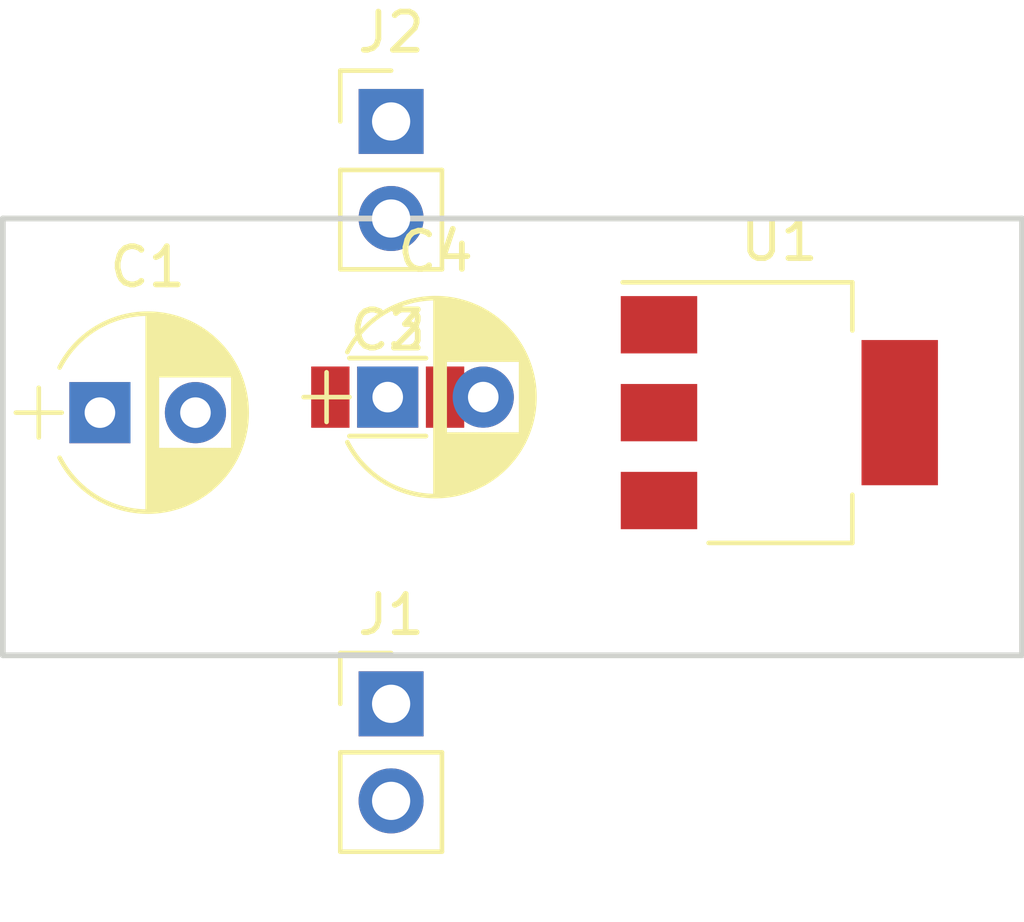
<source format=kicad_pcb>
(kicad_pcb (version 4) (host pcbnew 4.0.6)

  (general
    (links 12)
    (no_connects 11)
    (area 138.354999 100.254999 165.175001 111.835001)
    (thickness 1.6)
    (drawings 4)
    (tracks 0)
    (zones 0)
    (modules 7)
    (nets 4)
  )

  (page A4)
  (layers
    (0 F.Cu signal)
    (31 B.Cu signal)
    (33 F.Adhes user)
    (35 F.Paste user)
    (37 F.SilkS user)
    (39 F.Mask user)
    (40 Dwgs.User user)
    (41 Cmts.User user)
    (42 Eco1.User user)
    (43 Eco2.User user)
    (44 Edge.Cuts user)
    (45 Margin user)
    (47 F.CrtYd user)
    (49 F.Fab user)
  )

  (setup
    (last_trace_width 0.8)
    (trace_clearance 0.5)
    (zone_clearance 0.508)
    (zone_45_only no)
    (trace_min 0.2)
    (segment_width 0.2)
    (edge_width 0.15)
    (via_size 0.8)
    (via_drill 0.5)
    (via_min_size 0.4)
    (via_min_drill 0.3)
    (uvia_size 0.3)
    (uvia_drill 0.1)
    (uvias_allowed no)
    (uvia_min_size 0.2)
    (uvia_min_drill 0.1)
    (pcb_text_width 0.3)
    (pcb_text_size 1.5 1.5)
    (mod_edge_width 0.15)
    (mod_text_size 1 1)
    (mod_text_width 0.15)
    (pad_size 1.524 1.524)
    (pad_drill 0.762)
    (pad_to_mask_clearance 0.2)
    (aux_axis_origin 0 0)
    (visible_elements FFFFFF7F)
    (pcbplotparams
      (layerselection 0x00030_80000001)
      (usegerberextensions false)
      (excludeedgelayer true)
      (linewidth 0.100000)
      (plotframeref false)
      (viasonmask false)
      (mode 1)
      (useauxorigin false)
      (hpglpennumber 1)
      (hpglpenspeed 20)
      (hpglpendiameter 15)
      (hpglpenoverlay 2)
      (psnegative false)
      (psa4output false)
      (plotreference true)
      (plotvalue true)
      (plotinvisibletext false)
      (padsonsilk false)
      (subtractmaskfromsilk false)
      (outputformat 1)
      (mirror false)
      (drillshape 1)
      (scaleselection 1)
      (outputdirectory ""))
  )

  (net 0 "")
  (net 1 +5V)
  (net 2 GND)
  (net 3 +3V3)

  (net_class Default 这是默认网络组.
    (clearance 0.5)
    (trace_width 0.8)
    (via_dia 0.8)
    (via_drill 0.5)
    (uvia_dia 0.3)
    (uvia_drill 0.1)
    (add_net +3V3)
    (add_net +5V)
    (add_net GND)
  )

  (module Capacitors_THT:CP_Radial_D5.0mm_P2.50mm (layer F.Cu) (tedit 597BC7C2) (tstamp 5A055297)
    (at 140.97 105.41)
    (descr "CP, Radial series, Radial, pin pitch=2.50mm, , diameter=5mm, Electrolytic Capacitor")
    (tags "CP Radial series Radial pin pitch 2.50mm  diameter 5mm Electrolytic Capacitor")
    (path /5A053794)
    (fp_text reference C1 (at 1.25 -3.81) (layer F.SilkS)
      (effects (font (size 1 1) (thickness 0.15)))
    )
    (fp_text value 22uF (at 1.25 3.81) (layer F.Fab)
      (effects (font (size 1 1) (thickness 0.15)))
    )
    (fp_arc (start 1.25 0) (end -1.05558 -1.18) (angle 125.8) (layer F.SilkS) (width 0.12))
    (fp_arc (start 1.25 0) (end -1.05558 1.18) (angle -125.8) (layer F.SilkS) (width 0.12))
    (fp_arc (start 1.25 0) (end 3.55558 -1.18) (angle 54.2) (layer F.SilkS) (width 0.12))
    (fp_circle (center 1.25 0) (end 3.75 0) (layer F.Fab) (width 0.1))
    (fp_line (start -2.2 0) (end -1 0) (layer F.Fab) (width 0.1))
    (fp_line (start -1.6 -0.65) (end -1.6 0.65) (layer F.Fab) (width 0.1))
    (fp_line (start 1.25 -2.55) (end 1.25 2.55) (layer F.SilkS) (width 0.12))
    (fp_line (start 1.29 -2.55) (end 1.29 2.55) (layer F.SilkS) (width 0.12))
    (fp_line (start 1.33 -2.549) (end 1.33 2.549) (layer F.SilkS) (width 0.12))
    (fp_line (start 1.37 -2.548) (end 1.37 2.548) (layer F.SilkS) (width 0.12))
    (fp_line (start 1.41 -2.546) (end 1.41 2.546) (layer F.SilkS) (width 0.12))
    (fp_line (start 1.45 -2.543) (end 1.45 2.543) (layer F.SilkS) (width 0.12))
    (fp_line (start 1.49 -2.539) (end 1.49 2.539) (layer F.SilkS) (width 0.12))
    (fp_line (start 1.53 -2.535) (end 1.53 -0.98) (layer F.SilkS) (width 0.12))
    (fp_line (start 1.53 0.98) (end 1.53 2.535) (layer F.SilkS) (width 0.12))
    (fp_line (start 1.57 -2.531) (end 1.57 -0.98) (layer F.SilkS) (width 0.12))
    (fp_line (start 1.57 0.98) (end 1.57 2.531) (layer F.SilkS) (width 0.12))
    (fp_line (start 1.61 -2.525) (end 1.61 -0.98) (layer F.SilkS) (width 0.12))
    (fp_line (start 1.61 0.98) (end 1.61 2.525) (layer F.SilkS) (width 0.12))
    (fp_line (start 1.65 -2.519) (end 1.65 -0.98) (layer F.SilkS) (width 0.12))
    (fp_line (start 1.65 0.98) (end 1.65 2.519) (layer F.SilkS) (width 0.12))
    (fp_line (start 1.69 -2.513) (end 1.69 -0.98) (layer F.SilkS) (width 0.12))
    (fp_line (start 1.69 0.98) (end 1.69 2.513) (layer F.SilkS) (width 0.12))
    (fp_line (start 1.73 -2.506) (end 1.73 -0.98) (layer F.SilkS) (width 0.12))
    (fp_line (start 1.73 0.98) (end 1.73 2.506) (layer F.SilkS) (width 0.12))
    (fp_line (start 1.77 -2.498) (end 1.77 -0.98) (layer F.SilkS) (width 0.12))
    (fp_line (start 1.77 0.98) (end 1.77 2.498) (layer F.SilkS) (width 0.12))
    (fp_line (start 1.81 -2.489) (end 1.81 -0.98) (layer F.SilkS) (width 0.12))
    (fp_line (start 1.81 0.98) (end 1.81 2.489) (layer F.SilkS) (width 0.12))
    (fp_line (start 1.85 -2.48) (end 1.85 -0.98) (layer F.SilkS) (width 0.12))
    (fp_line (start 1.85 0.98) (end 1.85 2.48) (layer F.SilkS) (width 0.12))
    (fp_line (start 1.89 -2.47) (end 1.89 -0.98) (layer F.SilkS) (width 0.12))
    (fp_line (start 1.89 0.98) (end 1.89 2.47) (layer F.SilkS) (width 0.12))
    (fp_line (start 1.93 -2.46) (end 1.93 -0.98) (layer F.SilkS) (width 0.12))
    (fp_line (start 1.93 0.98) (end 1.93 2.46) (layer F.SilkS) (width 0.12))
    (fp_line (start 1.971 -2.448) (end 1.971 -0.98) (layer F.SilkS) (width 0.12))
    (fp_line (start 1.971 0.98) (end 1.971 2.448) (layer F.SilkS) (width 0.12))
    (fp_line (start 2.011 -2.436) (end 2.011 -0.98) (layer F.SilkS) (width 0.12))
    (fp_line (start 2.011 0.98) (end 2.011 2.436) (layer F.SilkS) (width 0.12))
    (fp_line (start 2.051 -2.424) (end 2.051 -0.98) (layer F.SilkS) (width 0.12))
    (fp_line (start 2.051 0.98) (end 2.051 2.424) (layer F.SilkS) (width 0.12))
    (fp_line (start 2.091 -2.41) (end 2.091 -0.98) (layer F.SilkS) (width 0.12))
    (fp_line (start 2.091 0.98) (end 2.091 2.41) (layer F.SilkS) (width 0.12))
    (fp_line (start 2.131 -2.396) (end 2.131 -0.98) (layer F.SilkS) (width 0.12))
    (fp_line (start 2.131 0.98) (end 2.131 2.396) (layer F.SilkS) (width 0.12))
    (fp_line (start 2.171 -2.382) (end 2.171 -0.98) (layer F.SilkS) (width 0.12))
    (fp_line (start 2.171 0.98) (end 2.171 2.382) (layer F.SilkS) (width 0.12))
    (fp_line (start 2.211 -2.366) (end 2.211 -0.98) (layer F.SilkS) (width 0.12))
    (fp_line (start 2.211 0.98) (end 2.211 2.366) (layer F.SilkS) (width 0.12))
    (fp_line (start 2.251 -2.35) (end 2.251 -0.98) (layer F.SilkS) (width 0.12))
    (fp_line (start 2.251 0.98) (end 2.251 2.35) (layer F.SilkS) (width 0.12))
    (fp_line (start 2.291 -2.333) (end 2.291 -0.98) (layer F.SilkS) (width 0.12))
    (fp_line (start 2.291 0.98) (end 2.291 2.333) (layer F.SilkS) (width 0.12))
    (fp_line (start 2.331 -2.315) (end 2.331 -0.98) (layer F.SilkS) (width 0.12))
    (fp_line (start 2.331 0.98) (end 2.331 2.315) (layer F.SilkS) (width 0.12))
    (fp_line (start 2.371 -2.296) (end 2.371 -0.98) (layer F.SilkS) (width 0.12))
    (fp_line (start 2.371 0.98) (end 2.371 2.296) (layer F.SilkS) (width 0.12))
    (fp_line (start 2.411 -2.276) (end 2.411 -0.98) (layer F.SilkS) (width 0.12))
    (fp_line (start 2.411 0.98) (end 2.411 2.276) (layer F.SilkS) (width 0.12))
    (fp_line (start 2.451 -2.256) (end 2.451 -0.98) (layer F.SilkS) (width 0.12))
    (fp_line (start 2.451 0.98) (end 2.451 2.256) (layer F.SilkS) (width 0.12))
    (fp_line (start 2.491 -2.234) (end 2.491 -0.98) (layer F.SilkS) (width 0.12))
    (fp_line (start 2.491 0.98) (end 2.491 2.234) (layer F.SilkS) (width 0.12))
    (fp_line (start 2.531 -2.212) (end 2.531 -0.98) (layer F.SilkS) (width 0.12))
    (fp_line (start 2.531 0.98) (end 2.531 2.212) (layer F.SilkS) (width 0.12))
    (fp_line (start 2.571 -2.189) (end 2.571 -0.98) (layer F.SilkS) (width 0.12))
    (fp_line (start 2.571 0.98) (end 2.571 2.189) (layer F.SilkS) (width 0.12))
    (fp_line (start 2.611 -2.165) (end 2.611 -0.98) (layer F.SilkS) (width 0.12))
    (fp_line (start 2.611 0.98) (end 2.611 2.165) (layer F.SilkS) (width 0.12))
    (fp_line (start 2.651 -2.14) (end 2.651 -0.98) (layer F.SilkS) (width 0.12))
    (fp_line (start 2.651 0.98) (end 2.651 2.14) (layer F.SilkS) (width 0.12))
    (fp_line (start 2.691 -2.113) (end 2.691 -0.98) (layer F.SilkS) (width 0.12))
    (fp_line (start 2.691 0.98) (end 2.691 2.113) (layer F.SilkS) (width 0.12))
    (fp_line (start 2.731 -2.086) (end 2.731 -0.98) (layer F.SilkS) (width 0.12))
    (fp_line (start 2.731 0.98) (end 2.731 2.086) (layer F.SilkS) (width 0.12))
    (fp_line (start 2.771 -2.058) (end 2.771 -0.98) (layer F.SilkS) (width 0.12))
    (fp_line (start 2.771 0.98) (end 2.771 2.058) (layer F.SilkS) (width 0.12))
    (fp_line (start 2.811 -2.028) (end 2.811 -0.98) (layer F.SilkS) (width 0.12))
    (fp_line (start 2.811 0.98) (end 2.811 2.028) (layer F.SilkS) (width 0.12))
    (fp_line (start 2.851 -1.997) (end 2.851 -0.98) (layer F.SilkS) (width 0.12))
    (fp_line (start 2.851 0.98) (end 2.851 1.997) (layer F.SilkS) (width 0.12))
    (fp_line (start 2.891 -1.965) (end 2.891 -0.98) (layer F.SilkS) (width 0.12))
    (fp_line (start 2.891 0.98) (end 2.891 1.965) (layer F.SilkS) (width 0.12))
    (fp_line (start 2.931 -1.932) (end 2.931 -0.98) (layer F.SilkS) (width 0.12))
    (fp_line (start 2.931 0.98) (end 2.931 1.932) (layer F.SilkS) (width 0.12))
    (fp_line (start 2.971 -1.897) (end 2.971 -0.98) (layer F.SilkS) (width 0.12))
    (fp_line (start 2.971 0.98) (end 2.971 1.897) (layer F.SilkS) (width 0.12))
    (fp_line (start 3.011 -1.861) (end 3.011 -0.98) (layer F.SilkS) (width 0.12))
    (fp_line (start 3.011 0.98) (end 3.011 1.861) (layer F.SilkS) (width 0.12))
    (fp_line (start 3.051 -1.823) (end 3.051 -0.98) (layer F.SilkS) (width 0.12))
    (fp_line (start 3.051 0.98) (end 3.051 1.823) (layer F.SilkS) (width 0.12))
    (fp_line (start 3.091 -1.783) (end 3.091 -0.98) (layer F.SilkS) (width 0.12))
    (fp_line (start 3.091 0.98) (end 3.091 1.783) (layer F.SilkS) (width 0.12))
    (fp_line (start 3.131 -1.742) (end 3.131 -0.98) (layer F.SilkS) (width 0.12))
    (fp_line (start 3.131 0.98) (end 3.131 1.742) (layer F.SilkS) (width 0.12))
    (fp_line (start 3.171 -1.699) (end 3.171 -0.98) (layer F.SilkS) (width 0.12))
    (fp_line (start 3.171 0.98) (end 3.171 1.699) (layer F.SilkS) (width 0.12))
    (fp_line (start 3.211 -1.654) (end 3.211 -0.98) (layer F.SilkS) (width 0.12))
    (fp_line (start 3.211 0.98) (end 3.211 1.654) (layer F.SilkS) (width 0.12))
    (fp_line (start 3.251 -1.606) (end 3.251 -0.98) (layer F.SilkS) (width 0.12))
    (fp_line (start 3.251 0.98) (end 3.251 1.606) (layer F.SilkS) (width 0.12))
    (fp_line (start 3.291 -1.556) (end 3.291 -0.98) (layer F.SilkS) (width 0.12))
    (fp_line (start 3.291 0.98) (end 3.291 1.556) (layer F.SilkS) (width 0.12))
    (fp_line (start 3.331 -1.504) (end 3.331 -0.98) (layer F.SilkS) (width 0.12))
    (fp_line (start 3.331 0.98) (end 3.331 1.504) (layer F.SilkS) (width 0.12))
    (fp_line (start 3.371 -1.448) (end 3.371 -0.98) (layer F.SilkS) (width 0.12))
    (fp_line (start 3.371 0.98) (end 3.371 1.448) (layer F.SilkS) (width 0.12))
    (fp_line (start 3.411 -1.39) (end 3.411 -0.98) (layer F.SilkS) (width 0.12))
    (fp_line (start 3.411 0.98) (end 3.411 1.39) (layer F.SilkS) (width 0.12))
    (fp_line (start 3.451 -1.327) (end 3.451 -0.98) (layer F.SilkS) (width 0.12))
    (fp_line (start 3.451 0.98) (end 3.451 1.327) (layer F.SilkS) (width 0.12))
    (fp_line (start 3.491 -1.261) (end 3.491 1.261) (layer F.SilkS) (width 0.12))
    (fp_line (start 3.531 -1.189) (end 3.531 1.189) (layer F.SilkS) (width 0.12))
    (fp_line (start 3.571 -1.112) (end 3.571 1.112) (layer F.SilkS) (width 0.12))
    (fp_line (start 3.611 -1.028) (end 3.611 1.028) (layer F.SilkS) (width 0.12))
    (fp_line (start 3.651 -0.934) (end 3.651 0.934) (layer F.SilkS) (width 0.12))
    (fp_line (start 3.691 -0.829) (end 3.691 0.829) (layer F.SilkS) (width 0.12))
    (fp_line (start 3.731 -0.707) (end 3.731 0.707) (layer F.SilkS) (width 0.12))
    (fp_line (start 3.771 -0.559) (end 3.771 0.559) (layer F.SilkS) (width 0.12))
    (fp_line (start 3.811 -0.354) (end 3.811 0.354) (layer F.SilkS) (width 0.12))
    (fp_line (start -2.2 0) (end -1 0) (layer F.SilkS) (width 0.12))
    (fp_line (start -1.6 -0.65) (end -1.6 0.65) (layer F.SilkS) (width 0.12))
    (fp_line (start -1.6 -2.85) (end -1.6 2.85) (layer F.CrtYd) (width 0.05))
    (fp_line (start -1.6 2.85) (end 4.1 2.85) (layer F.CrtYd) (width 0.05))
    (fp_line (start 4.1 2.85) (end 4.1 -2.85) (layer F.CrtYd) (width 0.05))
    (fp_line (start 4.1 -2.85) (end -1.6 -2.85) (layer F.CrtYd) (width 0.05))
    (fp_text user %R (at 1.25 0) (layer F.Fab)
      (effects (font (size 1 1) (thickness 0.15)))
    )
    (pad 1 thru_hole rect (at 0 0) (size 1.6 1.6) (drill 0.8) (layers *.Cu *.Mask)
      (net 1 +5V))
    (pad 2 thru_hole circle (at 2.5 0) (size 1.6 1.6) (drill 0.8) (layers *.Cu *.Mask)
      (net 2 GND))
    (model ${KISYS3DMOD}/Capacitors_THT.3dshapes/CP_Radial_D5.0mm_P2.50mm.wrl
      (at (xyz 0 0 0))
      (scale (xyz 1 1 1))
      (rotate (xyz 0 0 0))
    )
  )

  (module Capacitors_SMD:C_1206 (layer F.Cu) (tedit 58AA84B8) (tstamp 5A0552A8)
    (at 148.5011 105.0036)
    (descr "Capacitor SMD 1206, reflow soldering, AVX (see smccp.pdf)")
    (tags "capacitor 1206")
    (path /5A053718)
    (attr smd)
    (fp_text reference C2 (at 0 -1.75) (layer F.SilkS)
      (effects (font (size 1 1) (thickness 0.15)))
    )
    (fp_text value 100nF (at 0 2) (layer F.Fab)
      (effects (font (size 1 1) (thickness 0.15)))
    )
    (fp_text user %R (at 0 -1.75) (layer F.Fab)
      (effects (font (size 1 1) (thickness 0.15)))
    )
    (fp_line (start -1.6 0.8) (end -1.6 -0.8) (layer F.Fab) (width 0.1))
    (fp_line (start 1.6 0.8) (end -1.6 0.8) (layer F.Fab) (width 0.1))
    (fp_line (start 1.6 -0.8) (end 1.6 0.8) (layer F.Fab) (width 0.1))
    (fp_line (start -1.6 -0.8) (end 1.6 -0.8) (layer F.Fab) (width 0.1))
    (fp_line (start 1 -1.02) (end -1 -1.02) (layer F.SilkS) (width 0.12))
    (fp_line (start -1 1.02) (end 1 1.02) (layer F.SilkS) (width 0.12))
    (fp_line (start -2.25 -1.05) (end 2.25 -1.05) (layer F.CrtYd) (width 0.05))
    (fp_line (start -2.25 -1.05) (end -2.25 1.05) (layer F.CrtYd) (width 0.05))
    (fp_line (start 2.25 1.05) (end 2.25 -1.05) (layer F.CrtYd) (width 0.05))
    (fp_line (start 2.25 1.05) (end -2.25 1.05) (layer F.CrtYd) (width 0.05))
    (pad 1 smd rect (at -1.5 0) (size 1 1.6) (layers F.Cu F.Paste F.Mask)
      (net 1 +5V))
    (pad 2 smd rect (at 1.5 0) (size 1 1.6) (layers F.Cu F.Paste F.Mask)
      (net 2 GND))
    (model Capacitors_SMD.3dshapes/C_1206.wrl
      (at (xyz 0 0 0))
      (scale (xyz 1 1 1))
      (rotate (xyz 0 0 0))
    )
  )

  (module Capacitors_SMD:C_1206 (layer F.Cu) (tedit 58AA84B8) (tstamp 5A0552B9)
    (at 148.5011 105.0036)
    (descr "Capacitor SMD 1206, reflow soldering, AVX (see smccp.pdf)")
    (tags "capacitor 1206")
    (path /5A053735)
    (attr smd)
    (fp_text reference C3 (at 0 -1.75) (layer F.SilkS)
      (effects (font (size 1 1) (thickness 0.15)))
    )
    (fp_text value 100nF (at 0 2) (layer F.Fab)
      (effects (font (size 1 1) (thickness 0.15)))
    )
    (fp_text user %R (at 0 -1.75) (layer F.Fab)
      (effects (font (size 1 1) (thickness 0.15)))
    )
    (fp_line (start -1.6 0.8) (end -1.6 -0.8) (layer F.Fab) (width 0.1))
    (fp_line (start 1.6 0.8) (end -1.6 0.8) (layer F.Fab) (width 0.1))
    (fp_line (start 1.6 -0.8) (end 1.6 0.8) (layer F.Fab) (width 0.1))
    (fp_line (start -1.6 -0.8) (end 1.6 -0.8) (layer F.Fab) (width 0.1))
    (fp_line (start 1 -1.02) (end -1 -1.02) (layer F.SilkS) (width 0.12))
    (fp_line (start -1 1.02) (end 1 1.02) (layer F.SilkS) (width 0.12))
    (fp_line (start -2.25 -1.05) (end 2.25 -1.05) (layer F.CrtYd) (width 0.05))
    (fp_line (start -2.25 -1.05) (end -2.25 1.05) (layer F.CrtYd) (width 0.05))
    (fp_line (start 2.25 1.05) (end 2.25 -1.05) (layer F.CrtYd) (width 0.05))
    (fp_line (start 2.25 1.05) (end -2.25 1.05) (layer F.CrtYd) (width 0.05))
    (pad 1 smd rect (at -1.5 0) (size 1 1.6) (layers F.Cu F.Paste F.Mask)
      (net 3 +3V3))
    (pad 2 smd rect (at 1.5 0) (size 1 1.6) (layers F.Cu F.Paste F.Mask)
      (net 2 GND))
    (model Capacitors_SMD.3dshapes/C_1206.wrl
      (at (xyz 0 0 0))
      (scale (xyz 1 1 1))
      (rotate (xyz 0 0 0))
    )
  )

  (module Capacitors_THT:CP_Radial_D5.0mm_P2.50mm (layer F.Cu) (tedit 597BC7C2) (tstamp 5A05533E)
    (at 148.5011 105.0036)
    (descr "CP, Radial series, Radial, pin pitch=2.50mm, , diameter=5mm, Electrolytic Capacitor")
    (tags "CP Radial series Radial pin pitch 2.50mm  diameter 5mm Electrolytic Capacitor")
    (path /5A0537DB)
    (fp_text reference C4 (at 1.25 -3.81) (layer F.SilkS)
      (effects (font (size 1 1) (thickness 0.15)))
    )
    (fp_text value 22uF (at 1.25 3.81) (layer F.Fab)
      (effects (font (size 1 1) (thickness 0.15)))
    )
    (fp_arc (start 1.25 0) (end -1.05558 -1.18) (angle 125.8) (layer F.SilkS) (width 0.12))
    (fp_arc (start 1.25 0) (end -1.05558 1.18) (angle -125.8) (layer F.SilkS) (width 0.12))
    (fp_arc (start 1.25 0) (end 3.55558 -1.18) (angle 54.2) (layer F.SilkS) (width 0.12))
    (fp_circle (center 1.25 0) (end 3.75 0) (layer F.Fab) (width 0.1))
    (fp_line (start -2.2 0) (end -1 0) (layer F.Fab) (width 0.1))
    (fp_line (start -1.6 -0.65) (end -1.6 0.65) (layer F.Fab) (width 0.1))
    (fp_line (start 1.25 -2.55) (end 1.25 2.55) (layer F.SilkS) (width 0.12))
    (fp_line (start 1.29 -2.55) (end 1.29 2.55) (layer F.SilkS) (width 0.12))
    (fp_line (start 1.33 -2.549) (end 1.33 2.549) (layer F.SilkS) (width 0.12))
    (fp_line (start 1.37 -2.548) (end 1.37 2.548) (layer F.SilkS) (width 0.12))
    (fp_line (start 1.41 -2.546) (end 1.41 2.546) (layer F.SilkS) (width 0.12))
    (fp_line (start 1.45 -2.543) (end 1.45 2.543) (layer F.SilkS) (width 0.12))
    (fp_line (start 1.49 -2.539) (end 1.49 2.539) (layer F.SilkS) (width 0.12))
    (fp_line (start 1.53 -2.535) (end 1.53 -0.98) (layer F.SilkS) (width 0.12))
    (fp_line (start 1.53 0.98) (end 1.53 2.535) (layer F.SilkS) (width 0.12))
    (fp_line (start 1.57 -2.531) (end 1.57 -0.98) (layer F.SilkS) (width 0.12))
    (fp_line (start 1.57 0.98) (end 1.57 2.531) (layer F.SilkS) (width 0.12))
    (fp_line (start 1.61 -2.525) (end 1.61 -0.98) (layer F.SilkS) (width 0.12))
    (fp_line (start 1.61 0.98) (end 1.61 2.525) (layer F.SilkS) (width 0.12))
    (fp_line (start 1.65 -2.519) (end 1.65 -0.98) (layer F.SilkS) (width 0.12))
    (fp_line (start 1.65 0.98) (end 1.65 2.519) (layer F.SilkS) (width 0.12))
    (fp_line (start 1.69 -2.513) (end 1.69 -0.98) (layer F.SilkS) (width 0.12))
    (fp_line (start 1.69 0.98) (end 1.69 2.513) (layer F.SilkS) (width 0.12))
    (fp_line (start 1.73 -2.506) (end 1.73 -0.98) (layer F.SilkS) (width 0.12))
    (fp_line (start 1.73 0.98) (end 1.73 2.506) (layer F.SilkS) (width 0.12))
    (fp_line (start 1.77 -2.498) (end 1.77 -0.98) (layer F.SilkS) (width 0.12))
    (fp_line (start 1.77 0.98) (end 1.77 2.498) (layer F.SilkS) (width 0.12))
    (fp_line (start 1.81 -2.489) (end 1.81 -0.98) (layer F.SilkS) (width 0.12))
    (fp_line (start 1.81 0.98) (end 1.81 2.489) (layer F.SilkS) (width 0.12))
    (fp_line (start 1.85 -2.48) (end 1.85 -0.98) (layer F.SilkS) (width 0.12))
    (fp_line (start 1.85 0.98) (end 1.85 2.48) (layer F.SilkS) (width 0.12))
    (fp_line (start 1.89 -2.47) (end 1.89 -0.98) (layer F.SilkS) (width 0.12))
    (fp_line (start 1.89 0.98) (end 1.89 2.47) (layer F.SilkS) (width 0.12))
    (fp_line (start 1.93 -2.46) (end 1.93 -0.98) (layer F.SilkS) (width 0.12))
    (fp_line (start 1.93 0.98) (end 1.93 2.46) (layer F.SilkS) (width 0.12))
    (fp_line (start 1.971 -2.448) (end 1.971 -0.98) (layer F.SilkS) (width 0.12))
    (fp_line (start 1.971 0.98) (end 1.971 2.448) (layer F.SilkS) (width 0.12))
    (fp_line (start 2.011 -2.436) (end 2.011 -0.98) (layer F.SilkS) (width 0.12))
    (fp_line (start 2.011 0.98) (end 2.011 2.436) (layer F.SilkS) (width 0.12))
    (fp_line (start 2.051 -2.424) (end 2.051 -0.98) (layer F.SilkS) (width 0.12))
    (fp_line (start 2.051 0.98) (end 2.051 2.424) (layer F.SilkS) (width 0.12))
    (fp_line (start 2.091 -2.41) (end 2.091 -0.98) (layer F.SilkS) (width 0.12))
    (fp_line (start 2.091 0.98) (end 2.091 2.41) (layer F.SilkS) (width 0.12))
    (fp_line (start 2.131 -2.396) (end 2.131 -0.98) (layer F.SilkS) (width 0.12))
    (fp_line (start 2.131 0.98) (end 2.131 2.396) (layer F.SilkS) (width 0.12))
    (fp_line (start 2.171 -2.382) (end 2.171 -0.98) (layer F.SilkS) (width 0.12))
    (fp_line (start 2.171 0.98) (end 2.171 2.382) (layer F.SilkS) (width 0.12))
    (fp_line (start 2.211 -2.366) (end 2.211 -0.98) (layer F.SilkS) (width 0.12))
    (fp_line (start 2.211 0.98) (end 2.211 2.366) (layer F.SilkS) (width 0.12))
    (fp_line (start 2.251 -2.35) (end 2.251 -0.98) (layer F.SilkS) (width 0.12))
    (fp_line (start 2.251 0.98) (end 2.251 2.35) (layer F.SilkS) (width 0.12))
    (fp_line (start 2.291 -2.333) (end 2.291 -0.98) (layer F.SilkS) (width 0.12))
    (fp_line (start 2.291 0.98) (end 2.291 2.333) (layer F.SilkS) (width 0.12))
    (fp_line (start 2.331 -2.315) (end 2.331 -0.98) (layer F.SilkS) (width 0.12))
    (fp_line (start 2.331 0.98) (end 2.331 2.315) (layer F.SilkS) (width 0.12))
    (fp_line (start 2.371 -2.296) (end 2.371 -0.98) (layer F.SilkS) (width 0.12))
    (fp_line (start 2.371 0.98) (end 2.371 2.296) (layer F.SilkS) (width 0.12))
    (fp_line (start 2.411 -2.276) (end 2.411 -0.98) (layer F.SilkS) (width 0.12))
    (fp_line (start 2.411 0.98) (end 2.411 2.276) (layer F.SilkS) (width 0.12))
    (fp_line (start 2.451 -2.256) (end 2.451 -0.98) (layer F.SilkS) (width 0.12))
    (fp_line (start 2.451 0.98) (end 2.451 2.256) (layer F.SilkS) (width 0.12))
    (fp_line (start 2.491 -2.234) (end 2.491 -0.98) (layer F.SilkS) (width 0.12))
    (fp_line (start 2.491 0.98) (end 2.491 2.234) (layer F.SilkS) (width 0.12))
    (fp_line (start 2.531 -2.212) (end 2.531 -0.98) (layer F.SilkS) (width 0.12))
    (fp_line (start 2.531 0.98) (end 2.531 2.212) (layer F.SilkS) (width 0.12))
    (fp_line (start 2.571 -2.189) (end 2.571 -0.98) (layer F.SilkS) (width 0.12))
    (fp_line (start 2.571 0.98) (end 2.571 2.189) (layer F.SilkS) (width 0.12))
    (fp_line (start 2.611 -2.165) (end 2.611 -0.98) (layer F.SilkS) (width 0.12))
    (fp_line (start 2.611 0.98) (end 2.611 2.165) (layer F.SilkS) (width 0.12))
    (fp_line (start 2.651 -2.14) (end 2.651 -0.98) (layer F.SilkS) (width 0.12))
    (fp_line (start 2.651 0.98) (end 2.651 2.14) (layer F.SilkS) (width 0.12))
    (fp_line (start 2.691 -2.113) (end 2.691 -0.98) (layer F.SilkS) (width 0.12))
    (fp_line (start 2.691 0.98) (end 2.691 2.113) (layer F.SilkS) (width 0.12))
    (fp_line (start 2.731 -2.086) (end 2.731 -0.98) (layer F.SilkS) (width 0.12))
    (fp_line (start 2.731 0.98) (end 2.731 2.086) (layer F.SilkS) (width 0.12))
    (fp_line (start 2.771 -2.058) (end 2.771 -0.98) (layer F.SilkS) (width 0.12))
    (fp_line (start 2.771 0.98) (end 2.771 2.058) (layer F.SilkS) (width 0.12))
    (fp_line (start 2.811 -2.028) (end 2.811 -0.98) (layer F.SilkS) (width 0.12))
    (fp_line (start 2.811 0.98) (end 2.811 2.028) (layer F.SilkS) (width 0.12))
    (fp_line (start 2.851 -1.997) (end 2.851 -0.98) (layer F.SilkS) (width 0.12))
    (fp_line (start 2.851 0.98) (end 2.851 1.997) (layer F.SilkS) (width 0.12))
    (fp_line (start 2.891 -1.965) (end 2.891 -0.98) (layer F.SilkS) (width 0.12))
    (fp_line (start 2.891 0.98) (end 2.891 1.965) (layer F.SilkS) (width 0.12))
    (fp_line (start 2.931 -1.932) (end 2.931 -0.98) (layer F.SilkS) (width 0.12))
    (fp_line (start 2.931 0.98) (end 2.931 1.932) (layer F.SilkS) (width 0.12))
    (fp_line (start 2.971 -1.897) (end 2.971 -0.98) (layer F.SilkS) (width 0.12))
    (fp_line (start 2.971 0.98) (end 2.971 1.897) (layer F.SilkS) (width 0.12))
    (fp_line (start 3.011 -1.861) (end 3.011 -0.98) (layer F.SilkS) (width 0.12))
    (fp_line (start 3.011 0.98) (end 3.011 1.861) (layer F.SilkS) (width 0.12))
    (fp_line (start 3.051 -1.823) (end 3.051 -0.98) (layer F.SilkS) (width 0.12))
    (fp_line (start 3.051 0.98) (end 3.051 1.823) (layer F.SilkS) (width 0.12))
    (fp_line (start 3.091 -1.783) (end 3.091 -0.98) (layer F.SilkS) (width 0.12))
    (fp_line (start 3.091 0.98) (end 3.091 1.783) (layer F.SilkS) (width 0.12))
    (fp_line (start 3.131 -1.742) (end 3.131 -0.98) (layer F.SilkS) (width 0.12))
    (fp_line (start 3.131 0.98) (end 3.131 1.742) (layer F.SilkS) (width 0.12))
    (fp_line (start 3.171 -1.699) (end 3.171 -0.98) (layer F.SilkS) (width 0.12))
    (fp_line (start 3.171 0.98) (end 3.171 1.699) (layer F.SilkS) (width 0.12))
    (fp_line (start 3.211 -1.654) (end 3.211 -0.98) (layer F.SilkS) (width 0.12))
    (fp_line (start 3.211 0.98) (end 3.211 1.654) (layer F.SilkS) (width 0.12))
    (fp_line (start 3.251 -1.606) (end 3.251 -0.98) (layer F.SilkS) (width 0.12))
    (fp_line (start 3.251 0.98) (end 3.251 1.606) (layer F.SilkS) (width 0.12))
    (fp_line (start 3.291 -1.556) (end 3.291 -0.98) (layer F.SilkS) (width 0.12))
    (fp_line (start 3.291 0.98) (end 3.291 1.556) (layer F.SilkS) (width 0.12))
    (fp_line (start 3.331 -1.504) (end 3.331 -0.98) (layer F.SilkS) (width 0.12))
    (fp_line (start 3.331 0.98) (end 3.331 1.504) (layer F.SilkS) (width 0.12))
    (fp_line (start 3.371 -1.448) (end 3.371 -0.98) (layer F.SilkS) (width 0.12))
    (fp_line (start 3.371 0.98) (end 3.371 1.448) (layer F.SilkS) (width 0.12))
    (fp_line (start 3.411 -1.39) (end 3.411 -0.98) (layer F.SilkS) (width 0.12))
    (fp_line (start 3.411 0.98) (end 3.411 1.39) (layer F.SilkS) (width 0.12))
    (fp_line (start 3.451 -1.327) (end 3.451 -0.98) (layer F.SilkS) (width 0.12))
    (fp_line (start 3.451 0.98) (end 3.451 1.327) (layer F.SilkS) (width 0.12))
    (fp_line (start 3.491 -1.261) (end 3.491 1.261) (layer F.SilkS) (width 0.12))
    (fp_line (start 3.531 -1.189) (end 3.531 1.189) (layer F.SilkS) (width 0.12))
    (fp_line (start 3.571 -1.112) (end 3.571 1.112) (layer F.SilkS) (width 0.12))
    (fp_line (start 3.611 -1.028) (end 3.611 1.028) (layer F.SilkS) (width 0.12))
    (fp_line (start 3.651 -0.934) (end 3.651 0.934) (layer F.SilkS) (width 0.12))
    (fp_line (start 3.691 -0.829) (end 3.691 0.829) (layer F.SilkS) (width 0.12))
    (fp_line (start 3.731 -0.707) (end 3.731 0.707) (layer F.SilkS) (width 0.12))
    (fp_line (start 3.771 -0.559) (end 3.771 0.559) (layer F.SilkS) (width 0.12))
    (fp_line (start 3.811 -0.354) (end 3.811 0.354) (layer F.SilkS) (width 0.12))
    (fp_line (start -2.2 0) (end -1 0) (layer F.SilkS) (width 0.12))
    (fp_line (start -1.6 -0.65) (end -1.6 0.65) (layer F.SilkS) (width 0.12))
    (fp_line (start -1.6 -2.85) (end -1.6 2.85) (layer F.CrtYd) (width 0.05))
    (fp_line (start -1.6 2.85) (end 4.1 2.85) (layer F.CrtYd) (width 0.05))
    (fp_line (start 4.1 2.85) (end 4.1 -2.85) (layer F.CrtYd) (width 0.05))
    (fp_line (start 4.1 -2.85) (end -1.6 -2.85) (layer F.CrtYd) (width 0.05))
    (fp_text user %R (at 1.25 0) (layer F.Fab)
      (effects (font (size 1 1) (thickness 0.15)))
    )
    (pad 1 thru_hole rect (at 0 0) (size 1.6 1.6) (drill 0.8) (layers *.Cu *.Mask)
      (net 3 +3V3))
    (pad 2 thru_hole circle (at 2.5 0) (size 1.6 1.6) (drill 0.8) (layers *.Cu *.Mask)
      (net 2 GND))
    (model ${KISYS3DMOD}/Capacitors_THT.3dshapes/CP_Radial_D5.0mm_P2.50mm.wrl
      (at (xyz 0 0 0))
      (scale (xyz 1 1 1))
      (rotate (xyz 0 0 0))
    )
  )

  (module Pin_Headers:Pin_Header_Straight_1x02_Pitch2.54mm (layer F.Cu) (tedit 59650532) (tstamp 5A055354)
    (at 148.59 113.03)
    (descr "Through hole straight pin header, 1x02, 2.54mm pitch, single row")
    (tags "Through hole pin header THT 1x02 2.54mm single row")
    (path /5A0542D8)
    (fp_text reference J1 (at 0 -2.33) (layer F.SilkS)
      (effects (font (size 1 1) (thickness 0.15)))
    )
    (fp_text value PWR_IN (at 0 4.87) (layer F.Fab)
      (effects (font (size 1 1) (thickness 0.15)))
    )
    (fp_line (start -0.635 -1.27) (end 1.27 -1.27) (layer F.Fab) (width 0.1))
    (fp_line (start 1.27 -1.27) (end 1.27 3.81) (layer F.Fab) (width 0.1))
    (fp_line (start 1.27 3.81) (end -1.27 3.81) (layer F.Fab) (width 0.1))
    (fp_line (start -1.27 3.81) (end -1.27 -0.635) (layer F.Fab) (width 0.1))
    (fp_line (start -1.27 -0.635) (end -0.635 -1.27) (layer F.Fab) (width 0.1))
    (fp_line (start -1.33 3.87) (end 1.33 3.87) (layer F.SilkS) (width 0.12))
    (fp_line (start -1.33 1.27) (end -1.33 3.87) (layer F.SilkS) (width 0.12))
    (fp_line (start 1.33 1.27) (end 1.33 3.87) (layer F.SilkS) (width 0.12))
    (fp_line (start -1.33 1.27) (end 1.33 1.27) (layer F.SilkS) (width 0.12))
    (fp_line (start -1.33 0) (end -1.33 -1.33) (layer F.SilkS) (width 0.12))
    (fp_line (start -1.33 -1.33) (end 0 -1.33) (layer F.SilkS) (width 0.12))
    (fp_line (start -1.8 -1.8) (end -1.8 4.35) (layer F.CrtYd) (width 0.05))
    (fp_line (start -1.8 4.35) (end 1.8 4.35) (layer F.CrtYd) (width 0.05))
    (fp_line (start 1.8 4.35) (end 1.8 -1.8) (layer F.CrtYd) (width 0.05))
    (fp_line (start 1.8 -1.8) (end -1.8 -1.8) (layer F.CrtYd) (width 0.05))
    (fp_text user %R (at 0 1.27 90) (layer F.Fab)
      (effects (font (size 1 1) (thickness 0.15)))
    )
    (pad 1 thru_hole rect (at 0 0) (size 1.7 1.7) (drill 1) (layers *.Cu *.Mask)
      (net 1 +5V))
    (pad 2 thru_hole oval (at 0 2.54) (size 1.7 1.7) (drill 1) (layers *.Cu *.Mask)
      (net 2 GND))
    (model ${KISYS3DMOD}/Pin_Headers.3dshapes/Pin_Header_Straight_1x02_Pitch2.54mm.wrl
      (at (xyz 0 0 0))
      (scale (xyz 1 1 1))
      (rotate (xyz 0 0 0))
    )
  )

  (module Pin_Headers:Pin_Header_Straight_1x02_Pitch2.54mm (layer F.Cu) (tedit 59650532) (tstamp 5A05536A)
    (at 148.59 97.79)
    (descr "Through hole straight pin header, 1x02, 2.54mm pitch, single row")
    (tags "Through hole pin header THT 1x02 2.54mm single row")
    (path /5A0543A2)
    (fp_text reference J2 (at 0 -2.33) (layer F.SilkS)
      (effects (font (size 1 1) (thickness 0.15)))
    )
    (fp_text value PWR_OUT (at 0 4.87) (layer F.Fab)
      (effects (font (size 1 1) (thickness 0.15)))
    )
    (fp_line (start -0.635 -1.27) (end 1.27 -1.27) (layer F.Fab) (width 0.1))
    (fp_line (start 1.27 -1.27) (end 1.27 3.81) (layer F.Fab) (width 0.1))
    (fp_line (start 1.27 3.81) (end -1.27 3.81) (layer F.Fab) (width 0.1))
    (fp_line (start -1.27 3.81) (end -1.27 -0.635) (layer F.Fab) (width 0.1))
    (fp_line (start -1.27 -0.635) (end -0.635 -1.27) (layer F.Fab) (width 0.1))
    (fp_line (start -1.33 3.87) (end 1.33 3.87) (layer F.SilkS) (width 0.12))
    (fp_line (start -1.33 1.27) (end -1.33 3.87) (layer F.SilkS) (width 0.12))
    (fp_line (start 1.33 1.27) (end 1.33 3.87) (layer F.SilkS) (width 0.12))
    (fp_line (start -1.33 1.27) (end 1.33 1.27) (layer F.SilkS) (width 0.12))
    (fp_line (start -1.33 0) (end -1.33 -1.33) (layer F.SilkS) (width 0.12))
    (fp_line (start -1.33 -1.33) (end 0 -1.33) (layer F.SilkS) (width 0.12))
    (fp_line (start -1.8 -1.8) (end -1.8 4.35) (layer F.CrtYd) (width 0.05))
    (fp_line (start -1.8 4.35) (end 1.8 4.35) (layer F.CrtYd) (width 0.05))
    (fp_line (start 1.8 4.35) (end 1.8 -1.8) (layer F.CrtYd) (width 0.05))
    (fp_line (start 1.8 -1.8) (end -1.8 -1.8) (layer F.CrtYd) (width 0.05))
    (fp_text user %R (at 0 1.27 90) (layer F.Fab)
      (effects (font (size 1 1) (thickness 0.15)))
    )
    (pad 1 thru_hole rect (at 0 0) (size 1.7 1.7) (drill 1) (layers *.Cu *.Mask)
      (net 3 +3V3))
    (pad 2 thru_hole oval (at 0 2.54) (size 1.7 1.7) (drill 1) (layers *.Cu *.Mask)
      (net 2 GND))
    (model ${KISYS3DMOD}/Pin_Headers.3dshapes/Pin_Header_Straight_1x02_Pitch2.54mm.wrl
      (at (xyz 0 0 0))
      (scale (xyz 1 1 1))
      (rotate (xyz 0 0 0))
    )
  )

  (module TO_SOT_Packages_SMD:SOT-223 (layer F.Cu) (tedit 58CE4E7E) (tstamp 5A055380)
    (at 158.75 105.41)
    (descr "module CMS SOT223 4 pins")
    (tags "CMS SOT")
    (path /5A05426E)
    (attr smd)
    (fp_text reference U1 (at 0 -4.5) (layer F.SilkS)
      (effects (font (size 1 1) (thickness 0.15)))
    )
    (fp_text value AMS1117 (at 0 4.5) (layer F.Fab)
      (effects (font (size 1 1) (thickness 0.15)))
    )
    (fp_text user %R (at 0 0 90) (layer F.Fab)
      (effects (font (size 0.8 0.8) (thickness 0.12)))
    )
    (fp_line (start -1.85 -2.3) (end -0.8 -3.35) (layer F.Fab) (width 0.1))
    (fp_line (start 1.91 3.41) (end 1.91 2.15) (layer F.SilkS) (width 0.12))
    (fp_line (start 1.91 -3.41) (end 1.91 -2.15) (layer F.SilkS) (width 0.12))
    (fp_line (start 4.4 -3.6) (end -4.4 -3.6) (layer F.CrtYd) (width 0.05))
    (fp_line (start 4.4 3.6) (end 4.4 -3.6) (layer F.CrtYd) (width 0.05))
    (fp_line (start -4.4 3.6) (end 4.4 3.6) (layer F.CrtYd) (width 0.05))
    (fp_line (start -4.4 -3.6) (end -4.4 3.6) (layer F.CrtYd) (width 0.05))
    (fp_line (start -1.85 -2.3) (end -1.85 3.35) (layer F.Fab) (width 0.1))
    (fp_line (start -1.85 3.41) (end 1.91 3.41) (layer F.SilkS) (width 0.12))
    (fp_line (start -0.8 -3.35) (end 1.85 -3.35) (layer F.Fab) (width 0.1))
    (fp_line (start -4.1 -3.41) (end 1.91 -3.41) (layer F.SilkS) (width 0.12))
    (fp_line (start -1.85 3.35) (end 1.85 3.35) (layer F.Fab) (width 0.1))
    (fp_line (start 1.85 -3.35) (end 1.85 3.35) (layer F.Fab) (width 0.1))
    (pad 4 smd rect (at 3.15 0) (size 2 3.8) (layers F.Cu F.Paste F.Mask))
    (pad 2 smd rect (at -3.15 0) (size 2 1.5) (layers F.Cu F.Paste F.Mask)
      (net 3 +3V3))
    (pad 3 smd rect (at -3.15 2.3) (size 2 1.5) (layers F.Cu F.Paste F.Mask)
      (net 1 +5V))
    (pad 1 smd rect (at -3.15 -2.3) (size 2 1.5) (layers F.Cu F.Paste F.Mask)
      (net 2 GND))
    (model ${KISYS3DMOD}/TO_SOT_Packages_SMD.3dshapes/SOT-223.wrl
      (at (xyz 0 0 0))
      (scale (xyz 1 1 1))
      (rotate (xyz 0 0 0))
    )
  )

  (gr_line (start 138.43 111.76) (end 138.43 100.33) (angle 90) (layer Edge.Cuts) (width 0.15))
  (gr_line (start 165.1 111.76) (end 138.43 111.76) (angle 90) (layer Edge.Cuts) (width 0.15))
  (gr_line (start 165.1 100.33) (end 165.1 111.76) (angle 90) (layer Edge.Cuts) (width 0.15))
  (gr_line (start 138.43 100.33) (end 165.1 100.33) (angle 90) (layer Edge.Cuts) (width 0.15))

)

</source>
